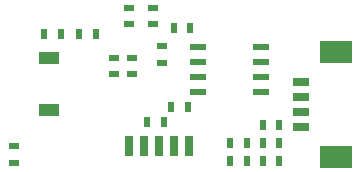
<source format=gbp>
G04 #@! TF.FileFunction,Paste,Bot*
%FSLAX46Y46*%
G04 Gerber Fmt 4.6, Leading zero omitted, Abs format (unit mm)*
G04 Created by KiCad (PCBNEW (2015-10-14 BZR 6267)-product) date 2015 October 25, Sunday 21:22:18*
%MOMM*%
G01*
G04 APERTURE LIST*
%ADD10C,0.100000*%
%ADD11R,1.440000X0.720000*%
%ADD12R,2.700000X1.890000*%
%ADD13R,0.720000X1.800000*%
%ADD14R,0.630000X0.900000*%
%ADD15R,0.900000X0.630000*%
%ADD16R,1.800000X0.990000*%
%ADD17R,1.395000X0.540000*%
G04 APERTURE END LIST*
D10*
D11*
X70350000Y-48625000D03*
X70350000Y-47375000D03*
X70350000Y-46125000D03*
X70350000Y-44875000D03*
D12*
X73250000Y-42325000D03*
X73250000Y-51175000D03*
D13*
X56980000Y-50250000D03*
X55710000Y-50250000D03*
X58250000Y-50250000D03*
X59520000Y-50250000D03*
X60790000Y-50250000D03*
D14*
X57300000Y-48250000D03*
X58700000Y-48250000D03*
D15*
X54500000Y-42800000D03*
X54500000Y-44200000D03*
X58500000Y-43200000D03*
X58500000Y-41800000D03*
D14*
X68450000Y-48500000D03*
X67050000Y-48500000D03*
X51550000Y-40750000D03*
X52950000Y-40750000D03*
D15*
X46000000Y-51700000D03*
X46000000Y-50300000D03*
D14*
X67050000Y-51500000D03*
X68450000Y-51500000D03*
X67050000Y-50000000D03*
X68450000Y-50000000D03*
X59300000Y-47000000D03*
X60700000Y-47000000D03*
X49950000Y-40750000D03*
X48550000Y-40750000D03*
X59550000Y-40250000D03*
X60950000Y-40250000D03*
D15*
X55750000Y-38550000D03*
X55750000Y-39950000D03*
D14*
X65700000Y-51500000D03*
X64300000Y-51500000D03*
X65700000Y-50000000D03*
X64300000Y-50000000D03*
D16*
X49000000Y-42775000D03*
X49000000Y-47225000D03*
D17*
X61550000Y-45655000D03*
X61550000Y-44385000D03*
X61550000Y-43115000D03*
X61550000Y-41845000D03*
X66950000Y-41845000D03*
X66950000Y-43115000D03*
X66950000Y-44385000D03*
X66950000Y-45655000D03*
D15*
X56000000Y-42800000D03*
X56000000Y-44200000D03*
X57750000Y-39950000D03*
X57750000Y-38550000D03*
M02*

</source>
